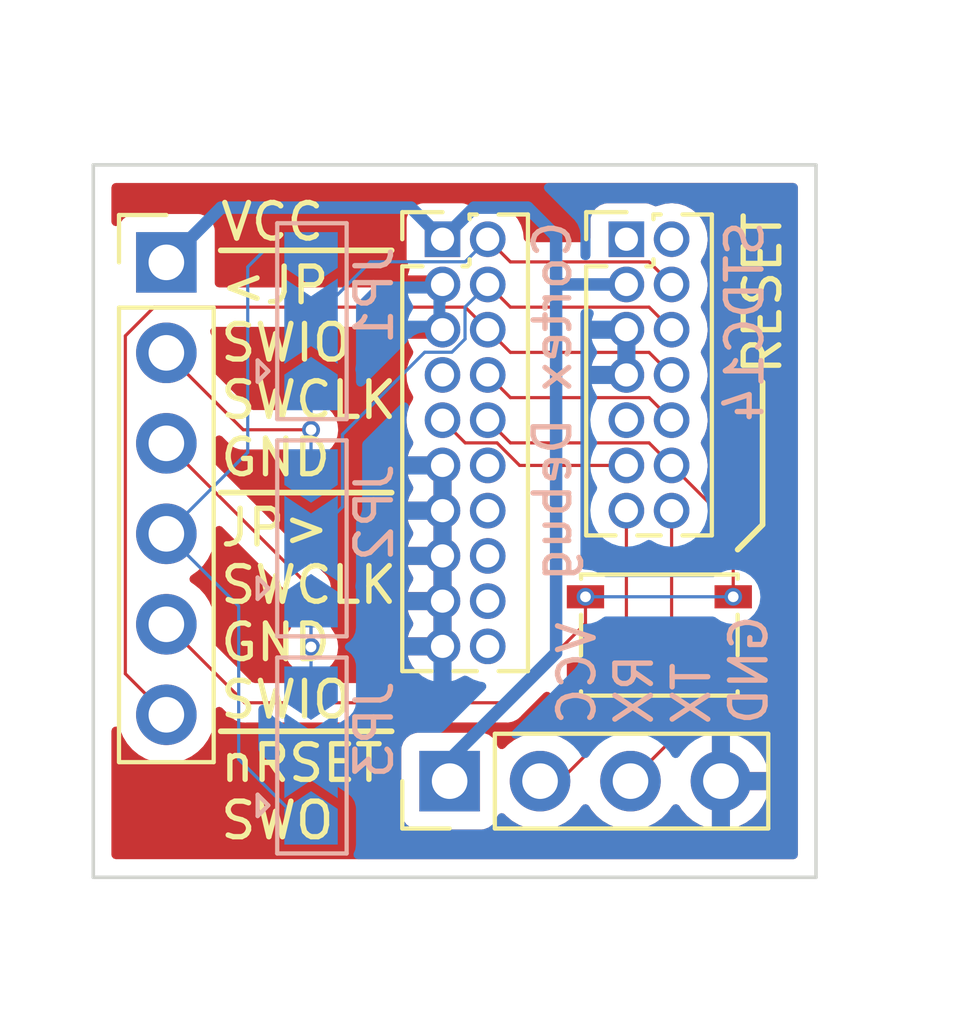
<source format=kicad_pcb>
(kicad_pcb (version 20211014) (generator pcbnew)
  (layers (0 "F.Cu" mixed) (31 "B.Cu" mixed) (34 "B.Paste" user) (35 "F.Paste" user) (36 "B.SilkS" user "B.Silkscreen") (37 "F.SilkS" user "F.Silkscreen") (38 "B.Mask" user) (39 "F.Mask" user) (44 "Edge.Cuts" user))
  (net 0 "")
  (net 3 "/SWDIO_TMS")
  (net 4 "/GND")
  (net 5 "/SWDCLK_TCLK")
  (net 6 "/NC_RTCK")
  (net 7 "/NC_TDI")
  (net 8 "/GND_DETECT")
  (net 9 "/VCC")
  (net 10 "/RX")
  (net 11 "/TX")
  (net 13 "/TRACE_CLK")
  (net 14 "/TRACE_DATA_0")
  (net 15 "/TRACE_DATA_1")
  (net 16 "/TRACE_DATA_2")
  (net 17 "/TRACE_DATA_3")
  (net 18 "/SWO_TDO")
  (net 19 "/HEADER_2")
  (net 20 "/HEADER_3")
  (net 21 "/HEADER_4")
  (net 22 "/nRESET")
  (footprint "Connector_PinHeader_1.27mm:PinHeader_2x10_P1.27mm_Vertical" (layer "F.Cu") (at 131.709 41.387)
    (fp_text reference "J2" hide)
    (fp_text value "Conn_02x10_Odd_Even")
    (fp_line (start 1.57753 12.125) (end 2.4 12.125) (layer "F.SilkS") (width 0.12))
    (fp_line (start 0.563471 0.76) (end 0.706529 0.76) (layer "F.SilkS") (width 0.12))
    (fp_line (start 0.76 0.706529) (end 0.76 0.563471) (layer "F.SilkS") (width 0.12))
    (fp_line (start -1.13 12.125) (end -0.30753 12.125) (layer "F.SilkS") (width 0.12))
    (fp_line (start 2.4 -0.695) (end 2.4 12.125) (layer "F.SilkS") (width 0.12))
    (fp_line (start 0.30753 12.125) (end 0.96247 12.125) (layer "F.SilkS") (width 0.12))
    (fp_line (start -1.13 0.76) (end -0.563471 0.76) (layer "F.SilkS") (width 0.12))
    (fp_line (start -1.13 -0.76) (end 0 -0.76) (layer "F.SilkS") (width 0.12))
    (fp_line (start -1.13 0) (end -1.13 -0.76) (layer "F.SilkS") (width 0.12))
    (fp_line (start 1.57753 -0.695) (end 2.4 -0.695) (layer "F.SilkS") (width 0.12))
    (fp_line (start 0.76 -0.695) (end 0.96247 -0.695) (layer "F.SilkS") (width 0.12))
    (fp_line (start 0.76 -0.563471) (end 0.76 -0.695) (layer "F.SilkS") (width 0.12))
    (fp_line (start -1.13 0.76) (end -1.13 12.125) (layer "F.SilkS") (width 0.12))
    (pad "1" thru_hole rect locked (at 0 0) (size 1 1) (drill 0.65) (layers *.Cu *.Mask) (net 9 "/VCC"))
    (pad "2" thru_hole oval locked (at 1.27 0) (size 1 1) (drill 0.65) (layers *.Cu *.Mask) (net 3 "/SWDIO_TMS"))
    (pad "3" thru_hole oval locked (at 0 1.27) (size 1 1) (drill 0.65) (layers *.Cu *.Mask) (net 4 "/GND"))
    (pad "4" thru_hole oval locked (at 1.27 1.27) (size 1 1) (drill 0.65) (layers *.Cu *.Mask) (net 5 "/SWDCLK_TCLK"))
    (pad "5" thru_hole oval locked (at 0 2.54) (size 1 1) (drill 0.65) (layers *.Cu *.Mask) (net 4 "/GND"))
    (pad "6" thru_hole oval locked (at 1.27 2.54) (size 1 1) (drill 0.65) (layers *.Cu *.Mask) (net 18 "/SWO_TDO"))
    (pad "7" thru_hole oval locked (at 0 3.81) (size 1 1) (drill 0.65) (layers *.Cu *.Mask))
    (pad "8" thru_hole oval locked (at 1.27 3.81) (size 1 1) (drill 0.65) (layers *.Cu *.Mask) (net 7 "/NC_TDI"))
    (pad "9" thru_hole oval locked (at 0 5.08) (size 1 1) (drill 0.65) (layers *.Cu *.Mask) (net 8 "/GND_DETECT"))
    (pad "10" thru_hole oval locked (at 1.27 5.08) (size 1 1) (drill 0.65) (layers *.Cu *.Mask) (net 22 "/nRESET"))
    (pad "11" thru_hole oval locked (at 0 6.35) (size 1 1) (drill 0.65) (layers *.Cu *.Mask) (net 4 "/GND"))
    (pad "12" thru_hole oval locked (at 1.27 6.35) (size 1 1) (drill 0.65) (layers *.Cu *.Mask) (net 13 "/TRACE_CLK"))
    (pad "13" thru_hole oval locked (at 0 7.62) (size 1 1) (drill 0.65) (layers *.Cu *.Mask) (net 4 "/GND"))
    (pad "14" thru_hole oval locked (at 1.27 7.62) (size 1 1) (drill 0.65) (layers *.Cu *.Mask) (net 14 "/TRACE_DATA_0"))
    (pad "15" thru_hole oval locked (at 0 8.89) (size 1 1) (drill 0.65) (layers *.Cu *.Mask) (net 4 "/GND"))
    (pad "16" thru_hole oval locked (at 1.27 8.89) (size 1 1) (drill 0.65) (layers *.Cu *.Mask) (net 15 "/TRACE_DATA_1"))
    (pad "17" thru_hole oval locked (at 0 10.16) (size 1 1) (drill 0.65) (layers *.Cu *.Mask) (net 4 "/GND"))
    (pad "18" thru_hole oval locked (at 1.27 10.16) (size 1 1) (drill 0.65) (layers *.Cu *.Mask) (net 16 "/TRACE_DATA_2"))
    (pad "19" thru_hole oval locked (at 0 11.43) (size 1 1) (drill 0.65) (layers *.Cu *.Mask) (net 4 "/GND"))
    (pad "20" thru_hole oval locked (at 1.27 11.43) (size 1 1) (drill 0.65) (layers *.Cu *.Mask) (net 17 "/TRACE_DATA_3"))
  )
  (footprint "Connector_PinHeader_2.54mm:PinHeader_1x06_P2.54mm_Vertical" (layer "F.Cu") (at 123.952 42.037)
    (fp_text reference "J5" hide)
    (fp_text value "Conn_01x06")
    (fp_line (start -1.33 1.27) (end -1.33 14.03) (layer "F.SilkS") (width 0.12))
    (fp_line (start -1.33 -1.33) (end 0 -1.33) (layer "F.SilkS") (width 0.12))
    (fp_line (start -1.33 0) (end -1.33 -1.33) (layer "F.SilkS") (width 0.12))
    (fp_line (start -1.33 1.27) (end 1.33 1.27) (layer "F.SilkS") (width 0.12))
    (fp_line (start 1.33 1.27) (end 1.33 14.03) (layer "F.SilkS") (width 0.12))
    (fp_line (start -1.33 14.03) (end 1.33 14.03) (layer "F.SilkS") (width 0.12))
    (pad "1" thru_hole rect locked (at 0 0) (size 1.7 1.7) (drill 1) (layers *.Cu *.Mask) (net 9 "/VCC"))
    (pad "2" thru_hole oval locked (at 0 2.54) (size 1.7 1.7) (drill 1) (layers *.Cu *.Mask) (net 19 "/HEADER_2"))
    (pad "3" thru_hole oval locked (at 0 5.08) (size 1.7 1.7) (drill 1) (layers *.Cu *.Mask) (net 20 "/HEADER_3"))
    (pad "4" thru_hole oval locked (at 0 7.62) (size 1.7 1.7) (drill 1) (layers *.Cu *.Mask) (net 21 "/HEADER_4"))
    (pad "5" thru_hole oval locked (at 0 10.16) (size 1.7 1.7) (drill 1) (layers *.Cu *.Mask) (net 22 "/nRESET"))
    (pad "6" thru_hole oval locked (at 0 12.7) (size 1.7 1.7) (drill 1) (layers *.Cu *.Mask) (net 18 "/SWO_TDO"))
  )
  (footprint "Connector_PinHeader_1.27mm:PinHeader_2x07_P1.27mm_Vertical" (layer "F.Cu") (at 136.8745 41.387)
    (fp_text reference "J1" hide)
    (fp_text value "Conn_02x07_Odd_Even")
    (fp_line (start -1.13 0) (end -1.13 -0.76) (layer "F.SilkS") (width 0.12))
    (fp_line (start -1.13 -0.76) (end 0 -0.76) (layer "F.SilkS") (width 0.12))
    (fp_line (start 2.4 -0.695) (end 2.4 8.315) (layer "F.SilkS") (width 0.12))
    (fp_line (start 1.57753 8.315) (end 2.4 8.315) (layer "F.SilkS") (width 0.12))
    (fp_line (start 1.57753 -0.695) (end 2.4 -0.695) (layer "F.SilkS") (width 0.12))
    (fp_line (start 0.76 -0.695) (end 0.96247 -0.695) (layer "F.SilkS") (width 0.12))
    (fp_line (start -1.13 8.315) (end -0.30753 8.315) (layer "F.SilkS") (width 0.12))
    (fp_line (start -1.13 0.76) (end -0.563471 0.76) (layer "F.SilkS") (width 0.12))
    (fp_line (start 0.76 0.706529) (end 0.76 0.563471) (layer "F.SilkS") (width 0.12))
    (fp_line (start 0.563471 0.76) (end 0.706529 0.76) (layer "F.SilkS") (width 0.12))
    (fp_line (start 0.76 -0.563471) (end 0.76 -0.695) (layer "F.SilkS") (width 0.12))
    (fp_line (start 0.30753 8.315) (end 0.96247 8.315) (layer "F.SilkS") (width 0.12))
    (fp_line (start -1.13 0.76) (end -1.13 8.315) (layer "F.SilkS") (width 0.12))
    (pad "1" thru_hole rect locked (at 0 0) (size 1 1) (drill 0.65) (layers *.Cu *.Mask))
    (pad "2" thru_hole oval locked (at 1.27 0) (size 1 1) (drill 0.65) (layers *.Cu *.Mask))
    (pad "3" thru_hole oval locked (at 0 1.27) (size 1 1) (drill 0.65) (layers *.Cu *.Mask) (net 9 "/VCC"))
    (pad "4" thru_hole oval locked (at 1.27 1.27) (size 1 1) (drill 0.65) (layers *.Cu *.Mask) (net 3 "/SWDIO_TMS"))
    (pad "5" thru_hole oval locked (at 0 2.54) (size 1 1) (drill 0.65) (layers *.Cu *.Mask) (net 4 "/GND"))
    (pad "6" thru_hole oval locked (at 1.27 2.54) (size 1 1) (drill 0.65) (layers *.Cu *.Mask) (net 5 "/SWDCLK_TCLK"))
    (pad "7" thru_hole oval locked (at 0 3.81) (size 1 1) (drill 0.65) (layers *.Cu *.Mask) (net 4 "/GND"))
    (pad "8" thru_hole oval locked (at 1.27 3.81) (size 1 1) (drill 0.65) (layers *.Cu *.Mask) (net 18 "/SWO_TDO"))
    (pad "9" thru_hole oval locked (at 0 5.08) (size 1 1) (drill 0.65) (layers *.Cu *.Mask) (net 6 "/NC_RTCK"))
    (pad "10" thru_hole oval locked (at 1.27 5.08) (size 1 1) (drill 0.65) (layers *.Cu *.Mask) (net 7 "/NC_TDI"))
    (pad "11" thru_hole oval locked (at 0 6.35) (size 1 1) (drill 0.65) (layers *.Cu *.Mask) (net 8 "/GND_DETECT"))
    (pad "12" thru_hole oval locked (at 1.27 6.35) (size 1 1) (drill 0.65) (layers *.Cu *.Mask) (net 22 "/nRESET"))
    (pad "13" thru_hole oval locked (at 0 7.62) (size 1 1) (drill 0.65) (layers *.Cu *.Mask) (net 10 "/RX"))
    (pad "14" thru_hole oval locked (at 1.27 7.62) (size 1 1) (drill 0.65) (layers *.Cu *.Mask) (net 11 "/TX"))
  )
  (footprint "Connector_PinHeader_2.54mm:PinHeader_1x04_P2.54mm_Vertical" (layer "F.Cu") (at 131.909 56.6 90)
    (fp_text reference "J4" hide)
    (fp_text value "Conn_01x04")
    (fp_line (start 1.33 1.27) (end 1.33 8.95) (layer "F.SilkS") (width 0.12))
    (fp_line (start -1.33 8.95) (end 1.33 8.95) (layer "F.SilkS") (width 0.12))
    (fp_line (start -1.33 0) (end -1.33 -1.33) (layer "F.SilkS") (width 0.12))
    (fp_line (start -1.33 1.27) (end 1.33 1.27) (layer "F.SilkS") (width 0.12))
    (fp_line (start -1.33 -1.33) (end 0 -1.33) (layer "F.SilkS") (width 0.12))
    (fp_line (start -1.33 1.27) (end -1.33 8.95) (layer "F.SilkS") (width 0.12))
    (pad "1" thru_hole rect (at 0 0 90) (size 1.7 1.7) (drill 1) (layers *.Cu *.Mask) (net 9 "/VCC"))
    (pad "2" thru_hole oval (at 0 2.54 90) (size 1.7 1.7) (drill 1) (layers *.Cu *.Mask) (net 10 "/RX"))
    (pad "3" thru_hole oval (at 0 5.08 90) (size 1.7 1.7) (drill 1) (layers *.Cu *.Mask) (net 11 "/TX"))
    (pad "4" thru_hole oval (at 0 7.62 90) (size 1.7 1.7) (drill 1) (layers *.Cu *.Mask) (net 4 "/GND"))
  )
  (footprint "Button_Switch_SMD:SW_SPST_PTS810" (layer "F.Cu") (at 137.8 52.5)
    (fp_text reference "SW1" hide)
    (fp_text value "SW_Push")
    (fp_line (start -2.2 1.7) (end 2.2 1.7) (layer "F.SilkS") (width 0.12))
    (fp_line (start -2.2 -1.7) (end -2.2 -1.58) (layer "F.SilkS") (width 0.12))
    (fp_line (start 2.2 1.7) (end 2.2 1.58) (layer "F.SilkS") (width 0.12))
    (fp_line (start 2.2 -1.7) (end -2.2 -1.7) (layer "F.SilkS") (width 0.12))
    (fp_line (start 2.2 0.57) (end 2.2 -0.57) (layer "F.SilkS") (width 0.12))
    (fp_line (start 2.2 -1.58) (end 2.2 -1.7) (layer "F.SilkS") (width 0.12))
    (fp_line (start -2.2 -0.57) (end -2.2 0.57) (layer "F.SilkS") (width 0.12))
    (fp_line (start -2.2 1.58) (end -2.2 1.7) (layer "F.SilkS") (width 0.12))
    (pad "1" smd rect (at -2.075 -1.075) (size 1.05 0.65) (layers "F.Cu" "F.Paste" "F.Mask") (net 22 "/nRESET"))
    (pad "1" smd rect (at 2.075 -1.075) (size 1.05 0.65) (layers "F.Cu" "F.Paste" "F.Mask") (net 22 "/nRESET"))
    (pad "2" smd rect (at 2.075 1.075) (size 1.05 0.65) (layers "F.Cu" "F.Paste" "F.Mask") (net 4 "/GND"))
    (pad "2" smd rect (at -2.075 1.075) (size 1.05 0.65) (layers "F.Cu" "F.Paste" "F.Mask") (net 4 "/GND"))
  )
  (footprint "Jumper:SolderJumper-3_P2.0mm_Open_TrianglePad1.0x1.5mm" (layer "B.Cu") (at 128.016 55.88 90)
    (fp_text reference "JP3" (at 0.725 1.775 90) (layer "B.SilkS") (effects (justify mirror)))
    (fp_text value "SolderJumper_3_Open")
    (fp_line (start -1.7 -1.5) (end -1.1 -1.5) (layer "B.SilkS") (width 0.12))
    (fp_line (start -1.1 -1.5) (end -1.4 -1.2) (layer "B.SilkS") (width 0.12))
    (fp_line (start -2.75 1) (end 2.75 1) (layer "B.SilkS") (width 0.12))
    (fp_line (start -1.4 -1.2) (end -1.7 -1.5) (layer "B.SilkS") (width 0.12))
    (fp_line (start -2.75 -0.95) (end -2.75 1) (layer "B.SilkS") (width 0.12))
    (fp_line (start 2.75 1) (end 2.75 -0.95) (layer "B.SilkS") (width 0.12))
    (fp_line (start 2.75 -0.95) (end -2.75 -0.95) (layer "B.SilkS") (width 0.12))
    (pad "1" smd custom (at -2 0 90) (size 0.3 0.3) (layers "B.Cu" "B.Mask") (net 21 "/HEADER_4") (options (clearance outline) (anchor rect)) (primitives (gr_poly (pts (xy 1 0) (xy 0.5 -0.75) (xy -0.5 -0.75) (xy -0.5 0.75) (xy 0.5 0.75)) (width 0) (fill yes))))
    (pad "2" smd custom (at 0 0 90) (size 0.3 0.3) (layers "B.Cu") (net 4 "/GND") (options (clearance outline) (anchor rect)) (primitives (gr_poly (pts (xy 0.7 0) (xy 1.2 -0.75) (xy -1.2 -0.75) (xy -0.7 0) (xy -1.2 0.75) (xy 1.2 0.75)) (width 0) (fill yes))))
    (pad "3" smd custom (at 2 0 270) (size 0.3 0.3) (layers "B.Cu" "B.Mask") (net 20 "/HEADER_3") (options (clearance outline) (anchor rect)) (primitives (gr_poly (pts (xy 1 0) (xy 0.5 -0.75) (xy -0.5 -0.75) (xy -0.5 0.75) (xy 0.5 0.75)) (width 0) (fill yes))))
  )
  (footprint "Jumper:SolderJumper-3_P2.0mm_Open_TrianglePad1.0x1.5mm" (layer "B.Cu") (at 128.016 43.688 90)
    (fp_text reference "JP1" (at 0.725 1.775 90) (layer "B.SilkS") (effects (justify mirror)))
    (fp_text value "SolderJumper_3_Open")
    (fp_line (start -1.1 -1.5) (end -1.4 -1.2) (layer "B.SilkS") (width 0.12))
    (fp_line (start 2.75 1) (end 2.75 -0.95) (layer "B.SilkS") (width 0.12))
    (fp_line (start -1.4 -1.2) (end -1.7 -1.5) (layer "B.SilkS") (width 0.12))
    (fp_line (start -1.7 -1.5) (end -1.1 -1.5) (layer "B.SilkS") (width 0.12))
    (fp_line (start -2.75 -0.95) (end -2.75 1) (layer "B.SilkS") (width 0.12))
    (fp_line (start -2.75 1) (end 2.75 1) (layer "B.SilkS") (width 0.12))
    (fp_line (start 2.75 -0.95) (end -2.75 -0.95) (layer "B.SilkS") (width 0.12))
    (pad "1" smd custom (at -2 0 90) (size 0.3 0.3) (layers "B.Cu" "B.Mask") (net 19 "/HEADER_2") (options (clearance outline) (anchor rect)) (primitives (gr_poly (pts (xy 1 0) (xy 0.5 -0.75) (xy -0.5 -0.75) (xy -0.5 0.75) (xy 0.5 0.75)) (width 0) (fill yes))))
    (pad "2" smd custom (at 0 0 90) (size 0.3 0.3) (layers "B.Cu") (net 3 "/SWDIO_TMS") (options (clearance outline) (anchor rect)) (primitives (gr_poly (pts (xy 0.7 0) (xy 1.2 -0.75) (xy -1.2 -0.75) (xy -0.7 0) (xy -1.2 0.75) (xy 1.2 0.75)) (width 0) (fill yes))))
    (pad "3" smd custom (at 2 0 270) (size 0.3 0.3) (layers "B.Cu" "B.Mask") (net 21 "/HEADER_4") (options (clearance outline) (anchor rect)) (primitives (gr_poly (pts (xy 1 0) (xy 0.5 -0.75) (xy -0.5 -0.75) (xy -0.5 0.75) (xy 0.5 0.75)) (width 0) (fill yes))))
  )
  (footprint "Jumper:SolderJumper-3_P2.0mm_Open_TrianglePad1.0x1.5mm" (layer "B.Cu") (at 128.016 49.784 90)
    (fp_text reference "JP2" (at 0.725 1.775 90) (layer "B.SilkS") (effects (justify mirror)))
    (fp_text value "SolderJumper_3_Open")
    (fp_line (start -2.75 -0.95) (end -2.75 1) (layer "B.SilkS") (width 0.12))
    (fp_line (start 2.75 -0.95) (end -2.75 -0.95) (layer "B.SilkS") (width 0.12))
    (fp_line (start -1.1 -1.5) (end -1.4 -1.2) (layer "B.SilkS") (width 0.12))
    (fp_line (start -1.7 -1.5) (end -1.1 -1.5) (layer "B.SilkS") (width 0.12))
    (fp_line (start -2.75 1) (end 2.75 1) (layer "B.SilkS") (width 0.12))
    (fp_line (start -1.4 -1.2) (end -1.7 -1.5) (layer "B.SilkS") (width 0.12))
    (fp_line (start 2.75 1) (end 2.75 -0.95) (layer "B.SilkS") (width 0.12))
    (pad "1" smd custom (at -2 0 90) (size 0.3 0.3) (layers "B.Cu" "B.Mask") (net 20 "/HEADER_3") (options (clearance outline) (anchor rect)) (primitives (gr_poly (pts (xy 1 0) (xy 0.5 -0.75) (xy -0.5 -0.75) (xy -0.5 0.75) (xy 0.5 0.75)) (width 0) (fill yes))))
    (pad "2" smd custom (at 0 0 90) (size 0.3 0.3) (layers "B.Cu") (net 5 "/SWDCLK_TCLK") (options (clearance outline) (anchor rect)) (primitives (gr_poly (pts (xy 0.7 0) (xy 1.2 -0.75) (xy -1.2 -0.75) (xy -0.7 0) (xy -1.2 0.75) (xy 1.2 0.75)) (width 0) (fill yes))))
    (pad "3" smd custom (at 2 0 270) (size 0.3 0.3) (layers "B.Cu" "B.Mask") (net 19 "/HEADER_2") (options (clearance outline) (anchor rect)) (primitives (gr_poly (pts (xy 1 0) (xy 0.5 -0.75) (xy -0.5 -0.75) (xy -0.5 0.75) (xy 0.5 0.75)) (width 0) (fill yes))))
  )
  (gr_line (start 125.48 41.7) (end 130.28 41.7) (layer "F.SilkS") (width 0.16))
  (gr_line (start 140.7 45.4) (end 140.7 49.4) (layer "F.SilkS") (width 0.16))
  (gr_line (start 125.48 55.2) (end 130.28 55.2) (layer "F.SilkS") (width 0.16))
  (gr_line (start 125.48 48.5) (end 130.28 48.5) (layer "F.SilkS") (width 0.16))
  (gr_line (start 140.7 49.4) (end 140 50.1) (layer "F.SilkS") (width 0.16))
  (gr_line (start 142.2 59.3) (end 121.9 59.3) (layer "Edge.Cuts") (width 0.1))
  (gr_line (start 121.9 59.3) (end 121.9 39.3) (layer "Edge.Cuts") (width 0.1))
  (gr_line (start 142.2 39.3) (end 142.2 59.3) (layer "Edge.Cuts") (width 0.1))
  (gr_line (start 121.9 39.3) (end 142.2 39.3) (layer "Edge.Cuts") (width 0.1))
  (gr_text "STDC14" (at 140.2 43.7 90) (layer "B.SilkS") (effects (font (size 1 1)) (justify mirror)))
  (gr_text "VCC\nRX\nTX\nGND" (at 137.9 55.1 90) (layer "B.SilkS") (effects (font (size 1 1)) (justify right mirror)))
  (gr_text "Cortex Debug" (at 134.8 45.938095 90) (layer "B.SilkS") (effects (font (size 1 1)) (justify mirror)))
  (gr_text "<JP\nSWIO\nSWCLK\nGND" (at 125.4 45.1) (layer "F.SilkS") (effects (font (size 1 1)) (justify left)))
  (gr_text "VCC" (at 125.4 40.9) (layer "F.SilkS") (effects (font (size 1 1)) (justify left)))
  (gr_text "RESET" (at 140.7 42.9 90) (layer "F.SilkS") (effects (font (size 1 1))))
  (gr_text "JP>\nSWCLK\nGND\nSWIO" (at 125.4 51.9) (layer "F.SilkS") (effects (font (size 1 1)) (justify left)))
  (gr_text "nRSET\nSWO" (at 125.4 56.899998) (layer "F.SilkS") (effects (font (size 1 1)) (justify left)))
  (segment (start 133.615989 42.023989) (end 132.979 41.387) (width 0.089) (layer "F.Cu") (net 3))
  (segment (start 137.511489 42.023989) (end 133.615989 42.023989) (width 0.089) (layer "F.Cu") (net 3))
  (segment (start 138.1445 42.657) (end 137.511489 42.023989) (width 0.089) (layer "F.Cu") (net 3))
  (segment (start 132.345989 42.020011) (end 129.683989 42.020011) (width 0.089) (layer "B.Cu") (net 3))
  (segment (start 132.979 41.387) (end 132.345989 42.020011) (width 0.089) (layer "B.Cu") (net 3))
  (segment (start 129.683989 42.020011) (end 128.016 43.688) (width 0.089) (layer "B.Cu") (net 3))
  (segment (start 138.1445 43.927) (end 137.511489 43.293989) (width 0.089) (layer "F.Cu") (net 5))
  (segment (start 133.615989 43.293989) (end 132.979 42.657) (width 0.089) (layer "F.Cu") (net 5))
  (segment (start 137.511489 43.293989) (end 133.615989 43.293989) (width 0.089) (layer "F.Cu") (net 5))
  (segment (start 131.971203 44.560011) (end 132.342011 44.189203) (width 0.089) (layer "B.Cu") (net 5))
  (segment (start 132.342011 43.293989) (end 132.979 42.657) (width 0.089) (layer "B.Cu") (net 5))
  (segment (start 128.89902 48.90098) (end 128.89902 46.86898) (width 0.089) (layer "B.Cu") (net 5))
  (segment (start 132.342011 44.189203) (end 132.342011 43.293989) (width 0.089) (layer "B.Cu") (net 5))
  (segment (start 131.207989 44.560011) (end 131.971203 44.560011) (width 0.089) (layer "B.Cu") (net 5))
  (segment (start 128.016 49.784) (end 128.89902 48.90098) (width 0.089) (layer "B.Cu") (net 5))
  (segment (start 128.89902 46.86898) (end 131.207989 44.560011) (width 0.089) (layer "B.Cu") (net 5))
  (segment (start 137.511489 45.833989) (end 133.615989 45.833989) (width 0.089) (layer "F.Cu") (net 7))
  (segment (start 133.615989 45.833989) (end 132.979 45.197) (width 0.089) (layer "F.Cu") (net 7))
  (segment (start 138.1445 46.467) (end 137.511489 45.833989) (width 0.089) (layer "F.Cu") (net 7))
  (segment (start 132.345989 47.103989) (end 131.709 46.467) (width 0.089) (layer "F.Cu") (net 8))
  (segment (start 133.874214 47.737) (end 133.241203 47.103989) (width 0.089) (layer "F.Cu") (net 8))
  (segment (start 133.241203 47.103989) (end 132.345989 47.103989) (width 0.089) (layer "F.Cu") (net 8))
  (segment (start 136.8745 47.737) (end 133.874214 47.737) (width 0.089) (layer "F.Cu") (net 8))
  (segment (start 132.596 40.5) (end 131.709 41.387) (width 0.35) (layer "B.Cu") (net 9))
  (segment (start 136.8745 42.657) (end 134.9 42.657) (width 0.35) (layer "B.Cu") (net 9))
  (segment (start 134.9 42.657) (end 134.9 53) (width 0.35) (layer "B.Cu") (net 9))
  (segment (start 131.909 55.991) (end 131.909 56.6) (width 0.35) (layer "B.Cu") (net 9))
  (segment (start 125.489 40.5) (end 130.822 40.5) (width 0.35) (layer "B.Cu") (net 9))
  (segment (start 134.9 53) (end 131.909 55.991) (width 0.35) (layer "B.Cu") (net 9))
  (segment (start 123.952 42.037) (end 125.489 40.5) (width 0.35) (layer "B.Cu") (net 9))
  (segment (start 130.822 40.5) (end 131.709 41.387) (width 0.35) (layer "B.Cu") (net 9))
  (segment (start 134.9 41.3) (end 134.1 40.5) (width 0.35) (layer "B.Cu") (net 9))
  (segment (start 134.1 40.5) (end 132.596 40.5) (width 0.35) (layer "B.Cu") (net 9))
  (segment (start 134.9 41.3) (end 134.9 42.657) (width 0.35) (layer "B.Cu") (net 9))
  (segment (start 136.8745 54.7255) (end 136.8745 49.007) (width 0.089) (layer "F.Cu") (net 10))
  (segment (start 135 56.6) (end 136.8745 54.7255) (width 0.089) (layer "F.Cu") (net 10))
  (segment (start 134.449 56.6) (end 135 56.6) (width 0.089) (layer "F.Cu") (net 10))
  (segment (start 136.989 56.6) (end 138.1445 55.4445) (width 0.089) (layer "F.Cu") (net 11))
  (segment (start 138.1445 55.4445) (end 138.1445 49.007) (width 0.089) (layer "F.Cu") (net 11))
  (segment (start 133.615989 44.563989) (end 132.979 43.927) (width 0.089) (layer "F.Cu") (net 18))
  (segment (start 132.345989 43.293989) (end 132.979 43.927) (width 0.089) (layer "F.Cu") (net 18))
  (segment (start 123.952 54.737) (end 122.8 53.585) (width 0.089) (layer "F.Cu") (net 18))
  (segment (start 123.606011 43.293989) (end 132.345989 43.293989) (width 0.089) (layer "F.Cu") (net 18))
  (segment (start 137.511489 44.563989) (end 133.615989 44.563989) (width 0.089) (layer "F.Cu") (net 18))
  (segment (start 122.8 44.1) (end 123.606011 43.293989) (width 0.089) (layer "F.Cu") (net 18))
  (segment (start 122.8 53.585) (end 122.8 44.1) (width 0.089) (layer "F.Cu") (net 18))
  (segment (start 138.1445 45.197) (end 137.511489 44.563989) (width 0.089) (layer "F.Cu") (net 18))
  (segment (start 126.111 46.736) (end 128.016 46.736) (width 0.089) (layer "F.Cu") (net 19))
  (segment (start 123.952 44.577) (end 126.111 46.736) (width 0.089) (layer "F.Cu") (net 19))
  (via (at 128.016 46.736) (size 0.5) (drill 0.3) (layers "F.Cu" "B.Cu") (net 19))
  (segment (start 128.016 46.736) (end 128.016 47.784) (width 0.089) (layer "B.Cu") (net 19))
  (segment (start 128.016 45.688) (end 128.016 46.736) (width 0.089) (layer "B.Cu") (net 19))
  (segment (start 123.952 47.117) (end 128.016 51.181) (width 0.089) (layer "F.Cu") (net 20))
  (segment (start 128.016 51.181) (end 128.016 52.832) (width 0.089) (layer "F.Cu") (net 20))
  (via (at 128.016 52.832) (size 0.5) (drill 0.3) (layers "F.Cu" "B.Cu") (net 20))
  (segment (start 128.016 53.88) (end 128.016 52.832) (width 0.089) (layer "B.Cu") (net 20))
  (segment (start 128.016 52.832) (end 128.016 51.784) (width 0.089) (layer "B.Cu") (net 20))
  (segment (start 128.016 57.88) (end 127.877882 57.88) (width 0.089) (layer "B.Cu") (net 21))
  (segment (start 127.877882 57.88) (end 125.984 55.986118) (width 0.089) (layer "B.Cu") (net 21))
  (segment (start 128.016 41.688) (end 126.714 41.688) (width 0.089) (layer "B.Cu") (net 21))
  (segment (start 126.238 42.164) (end 126.238 47.371) (width 0.089) (layer "B.Cu") (net 21))
  (segment (start 125.984 51.689) (end 123.952 49.657) (width 0.089) (layer "B.Cu") (net 21))
  (segment (start 126.714 41.688) (end 126.238 42.164) (width 0.089) (layer "B.Cu") (net 21))
  (segment (start 126.238 47.371) (end 123.952 49.657) (width 0.089) (layer "B.Cu") (net 21))
  (segment (start 125.984 55.986118) (end 125.984 51.689) (width 0.089) (layer "B.Cu") (net 21))
  (segment (start 139.875 51.425) (end 139.875 49.4675) (width 0.089) (layer "F.Cu") (net 22))
  (segment (start 123.952 52.197) (end 126.155 54.4) (width 0.089) (layer "F.Cu") (net 22))
  (segment (start 135.725 52.175) (end 135.725 51.425) (width 0.089) (layer "F.Cu") (net 22))
  (segment (start 133.615989 47.103989) (end 132.979 46.467) (width 0.089) (layer "F.Cu") (net 22))
  (segment (start 133.5 54.4) (end 135.725 52.175) (width 0.089) (layer "F.Cu") (net 22))
  (segment (start 137.511489 47.103989) (end 133.615989 47.103989) (width 0.089) (layer "F.Cu") (net 22))
  (segment (start 126.155 54.4) (end 133.5 54.4) (width 0.089) (layer "F.Cu") (net 22))
  (segment (start 138.1445 47.737) (end 137.511489 47.103989) (width 0.089) (layer "F.Cu") (net 22))
  (segment (start 139.875 49.4675) (end 138.1445 47.737) (width 0.089) (layer "F.Cu") (net 22))
  (via (at 139.875 51.425) (size 0.5) (drill 0.3) (layers "F.Cu" "B.Cu") (net 22))
  (via (at 135.725 51.425) (size 0.5) (drill 0.3) (layers "F.Cu" "B.Cu") (net 22))
  (segment (start 135.725 51.425) (end 139.875 51.425) (width 0.089) (layer "B.Cu") (net 22))
  (zone (net 4) (net_name "/GND") (layers F&B.Cu) (connect_pads (clearance 0.508)) (min_thickness 0.254) (fill yes (thermal_gap 0.508) (thermal_bridge_width 0.508))
    (polygon (pts (xy 142.2 59.3) (xy 121.9 59.3) (xy 121.9 39.3) (xy 142.2 39.3)))
  )
)
</source>
